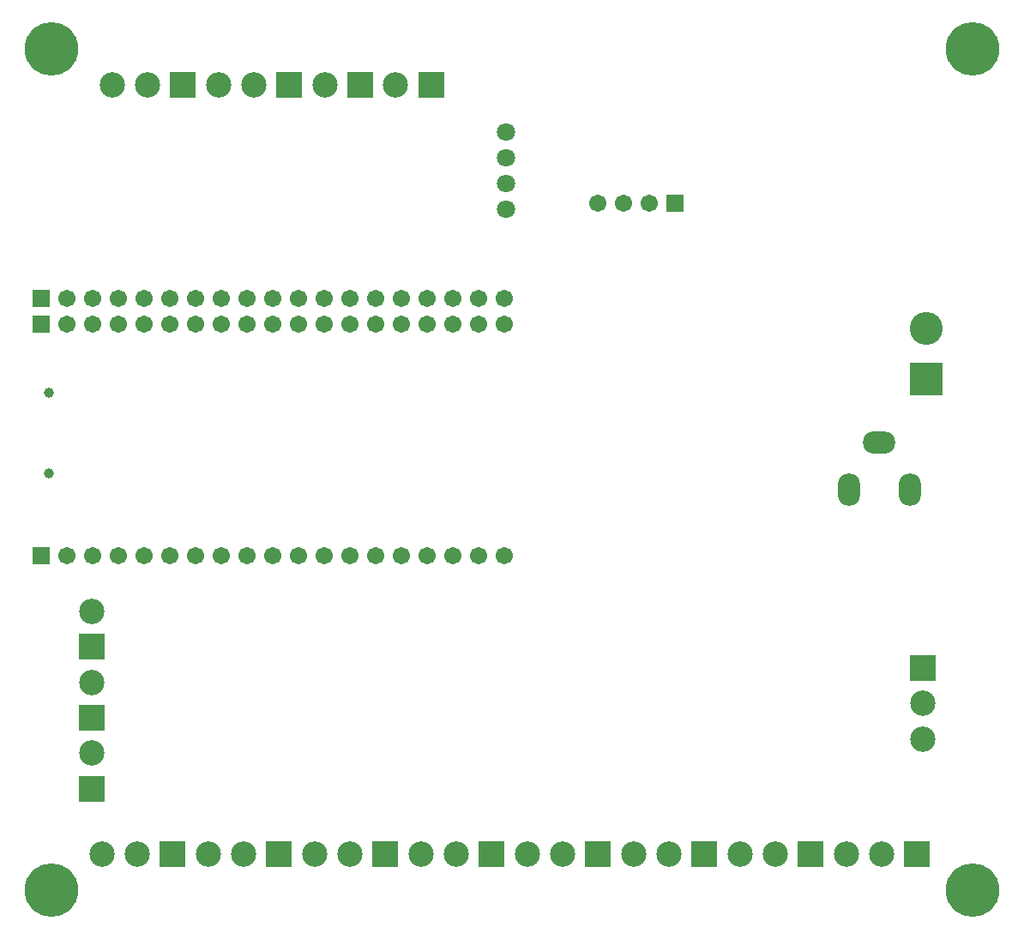
<source format=gbr>
G04 DipTrace 3.3.1.3*
G04 BottomMask.gbr*
%MOIN*%
G04 #@! TF.FileFunction,Soldermask,Bot*
G04 #@! TF.Part,Single*
%ADD55C,0.03937*%
%ADD75C,0.098551*%
%ADD77R,0.098551X0.098551*%
%ADD79C,0.128*%
%ADD81R,0.128X0.128*%
%ADD83C,0.070992*%
%ADD87C,0.208*%
%ADD91O,0.12611X0.08674*%
%ADD93O,0.08674X0.12611*%
%ADD103C,0.067055*%
%ADD105R,0.067055X0.067055*%
%FSLAX26Y26*%
G04*
G70*
G90*
G75*
G01*
G04 BotMask*
%LPD*%
D105*
X493700Y2831200D3*
D103*
X593700D3*
X693700D3*
X793700D3*
X893700D3*
X993700D3*
X1093700D3*
X1193700D3*
X1293700D3*
X1393700D3*
X1493700D3*
X1593700D3*
X1693700D3*
X1793700D3*
X1893700D3*
X1993700D3*
X2093700D3*
X2193700D3*
X2293700D3*
D105*
X2956200Y3199949D3*
D103*
X2856200D3*
X2756200D3*
X2656200D3*
D105*
X493700Y2731200D3*
D103*
X593700D3*
X693700D3*
X793700D3*
X893700D3*
X993700D3*
X1093700D3*
X1193700D3*
X1293700D3*
X1393700D3*
X1493700D3*
X1593700D3*
X1693700D3*
X1793700D3*
X1893700D3*
X1993700D3*
X2093700D3*
X2193700D3*
X2293700D3*
D105*
X493700Y1831200D3*
D103*
X593700D3*
X693700D3*
X793700D3*
X893700D3*
X993700D3*
X1093700D3*
X1193700D3*
X1293700D3*
X1393700D3*
X1493700D3*
X1593700D3*
X1693700D3*
X1793700D3*
X1893700D3*
X1993700D3*
X2093700D3*
X2193700D3*
X2293700D3*
D55*
X521247Y2464536D3*
Y2149575D3*
D93*
X3631889Y2086613D3*
X3868109D3*
D91*
X3749999Y2271653D3*
D87*
X531495Y531495D3*
X4114172D3*
Y3799212D3*
X531495D3*
D83*
X2299901Y3177165D3*
Y3277165D3*
Y3377165D3*
Y3477165D3*
D81*
X3931200Y2518700D3*
D79*
Y2715550D3*
D77*
X1043306Y3661417D3*
D75*
X905511D3*
X767716D3*
D77*
X1456692D3*
D75*
X1318897D3*
X1181102D3*
D77*
X1732283D3*
D75*
X1594487D3*
D77*
X2007873D3*
D75*
X1870078D3*
D77*
X3918700Y1393700D3*
D75*
Y1255905D3*
Y1118109D3*
D77*
X1830708Y669291D3*
D75*
X1692913D3*
X1555117D3*
D77*
X2244094D3*
D75*
X2106298D3*
X1968503D3*
D77*
X1003936D3*
D75*
X866141D3*
X728346D3*
D77*
X1417322D3*
D75*
X1279527D3*
X1141731D3*
D77*
X688976Y1200787D3*
D75*
Y1338582D3*
D77*
Y925196D3*
D75*
Y1062991D3*
D77*
X2657480Y669291D3*
D75*
X2519684D3*
X2381889D3*
D77*
X3070865D3*
D75*
X2933070D3*
X2795275D3*
D77*
X3484251D3*
D75*
X3346456D3*
X3208661D3*
D77*
X3897637D3*
D75*
X3759842D3*
X3622046D3*
D77*
X688976Y1476377D3*
D75*
Y1614172D3*
M02*

</source>
